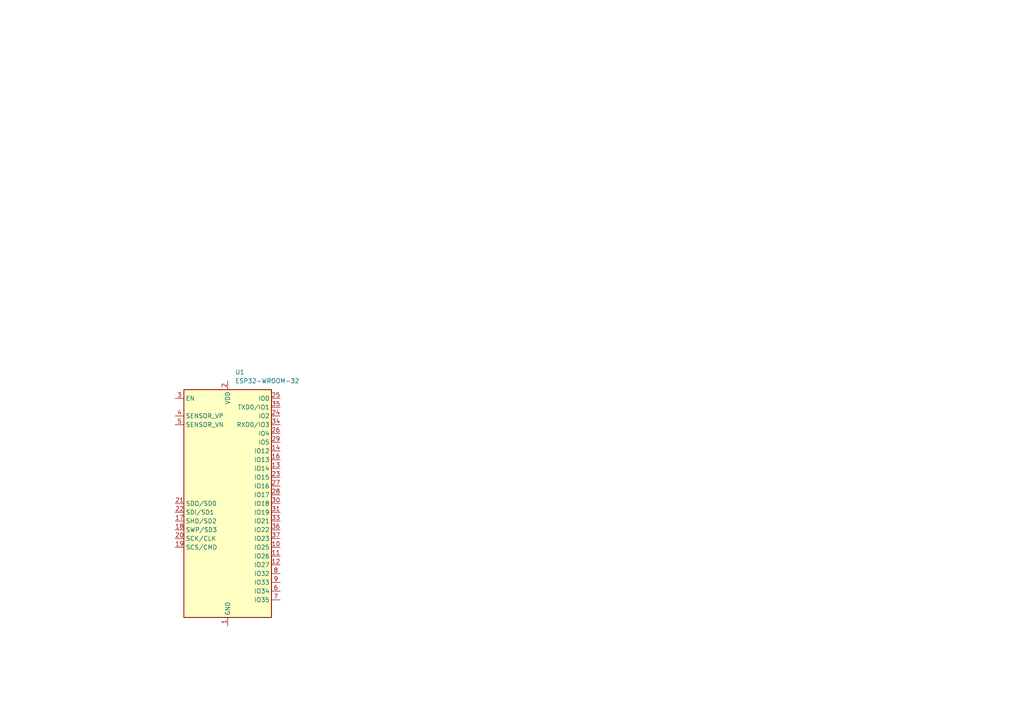
<source format=kicad_sch>
(kicad_sch (version 20250114) (generator "eeschema") (generator_version "9.0")
  (paper "A4")
  (title_block (title "Plant Partner PCB") (date "2025-11-04") (company "Team: Fernando Amado-Pupo, Aspen Boler, Nicholas Cimino, Carter Kreis, Sabrina Luu") (comment 1 "PCB Lead Design: Carter Kreis"))
  (lib_symbols
    (symbol "RF_Module:ESP32-WROOM-32"
      (property "Reference" "U" (at -12.7 34.29 0))
      (property "Value" "ESP32-WROOM-32" (at 1.27 34.29 0))
      (symbol "ESP32-WROOM-32_0_1"
        (rectangle (start -12.7 33.02) (end 12.7 -33.02) (stroke (width 0.254)) (fill (type background)))
      )
      (symbol "ESP32-WROOM-32_1_1"
        (pin input line (at -15.24 30.48 0) (length 2.54) (name "EN") (number "3"))
        (pin input line (at -15.24 25.4 0) (length 2.54) (name "SENSOR_VP") (number "4"))
        (pin input line (at -15.24 22.86 0) (length 2.54) (name "SENSOR_VN") (number "5"))
        (pin bidirectional line (at -15.24 0 0) (length 2.54) (name "SDO/SD0") (number "21"))
        (pin bidirectional line (at -15.24 -2.54 0) (length 2.54) (name "SDI/SD1") (number "22"))
        (pin bidirectional line (at -15.24 -5.08 0) (length 2.54) (name "SHD/SD2") (number "17"))
        (pin bidirectional line (at -15.24 -7.62 0) (length 2.54) (name "SWP/SD3") (number "18"))
        (pin bidirectional line (at -15.24 -10.16 0) (length 2.54) (name "SCK/CLK") (number "20"))
        (pin bidirectional line (at -15.24 -12.7 0) (length 2.54) (name "SCS/CMD") (number "19"))
        (pin no_connect line (at -12.7 -27.94 0) (length 2.54) (hide yes) (name "NC") (number "32"))
        (pin power_in line (at 0 35.56 270) (length 2.54) (name "VDD") (number "2"))
        (pin power_in line (at 0 -35.56 90) (length 2.54) (name "GND") (number "1"))
        (pin passive line (at 0 -35.56 90) (length 2.54) (hide yes) (name "GND") (number "15"))
        (pin passive line (at 0 -35.56 90) (length 2.54) (hide yes) (name "GND") (number "38"))
        (pin passive line (at 0 -35.56 90) (length 2.54) (hide yes) (name "GND") (number "39"))
        (pin bidirectional line (at 15.24 30.48 180) (length 2.54) (name "IO0") (number "25"))
        (pin bidirectional line (at 15.24 27.94 180) (length 2.54) (name "TXD0/IO1") (number "35"))
        (pin bidirectional line (at 15.24 25.4 180) (length 2.54) (name "IO2") (number "24"))
        (pin bidirectional line (at 15.24 22.86 180) (length 2.54) (name "RXD0/IO3") (number "34"))
        (pin bidirectional line (at 15.24 20.32 180) (length 2.54) (name "IO4") (number "26"))
        (pin bidirectional line (at 15.24 17.78 180) (length 2.54) (name "IO5") (number "29"))
        (pin bidirectional line (at 15.24 15.24 180) (length 2.54) (name "IO12") (number "14"))
        (pin bidirectional line (at 15.24 12.7 180) (length 2.54) (name "IO13") (number "16"))
        (pin bidirectional line (at 15.24 10.16 180) (length 2.54) (name "IO14") (number "13"))
        (pin bidirectional line (at 15.24 7.62 180) (length 2.54) (name "IO15") (number "23"))
        (pin bidirectional line (at 15.24 5.08 180) (length 2.54) (name "IO16") (number "27"))
        (pin bidirectional line (at 15.24 2.54 180) (length 2.54) (name "IO17") (number "28"))
        (pin bidirectional line (at 15.24 0 180) (length 2.54) (name "IO18") (number "30"))
        (pin bidirectional line (at 15.24 -2.54 180) (length 2.54) (name "IO19") (number "31"))
        (pin bidirectional line (at 15.24 -5.08 180) (length 2.54) (name "IO21") (number "33"))
        (pin bidirectional line (at 15.24 -7.62 180) (length 2.54) (name "IO22") (number "36"))
        (pin bidirectional line (at 15.24 -10.16 180) (length 2.54) (name "IO23") (number "37"))
        (pin bidirectional line (at 15.24 -12.7 180) (length 2.54) (name "IO25") (number "10"))
        (pin bidirectional line (at 15.24 -15.24 180) (length 2.54) (name "IO26") (number "11"))
        (pin bidirectional line (at 15.24 -17.78 180) (length 2.54) (name "IO27") (number "12"))
        (pin bidirectional line (at 15.24 -20.32 180) (length 2.54) (name "IO32") (number "8"))
        (pin bidirectional line (at 15.24 -22.86 180) (length 2.54) (name "IO33") (number "9"))
        (pin input line (at 15.24 -25.4 180) (length 2.54) (name "IO34") (number "6"))
        (pin input line (at 15.24 -27.94 180) (length 2.54) (name "IO35") (number "7"))
      )
    )
  )
  (symbol (lib_id "RF_Module:ESP32-WROOM-32") (at 66.04 146.05 0) (unit 1)
    (property "Reference" "U1" (at 68.1833 107.95 0) (effects (justify left)))
    (property "Value" "ESP32-WROOM-32" (at 68.1833 110.49 0) (effects (justify left)))
    (property "Footprint" "RF_Module:ESP32-WROOM-32" (effects (hide yes)))
    (property "Datasheet" "https://www.espressif.com/sites/default/files/documentation/esp32-wroom-32_datasheet_en.pdf" (effects (hide yes)))
    (property "Description" "RF Module, ESP32-D0WDQ6 SoC, Wi-Fi 802.11b/g/n, Bluetooth, BLE, 32-bit, 2.7-3.6V, onboard antenna, SMD" (effects (hide yes)))
  )
)
</source>
